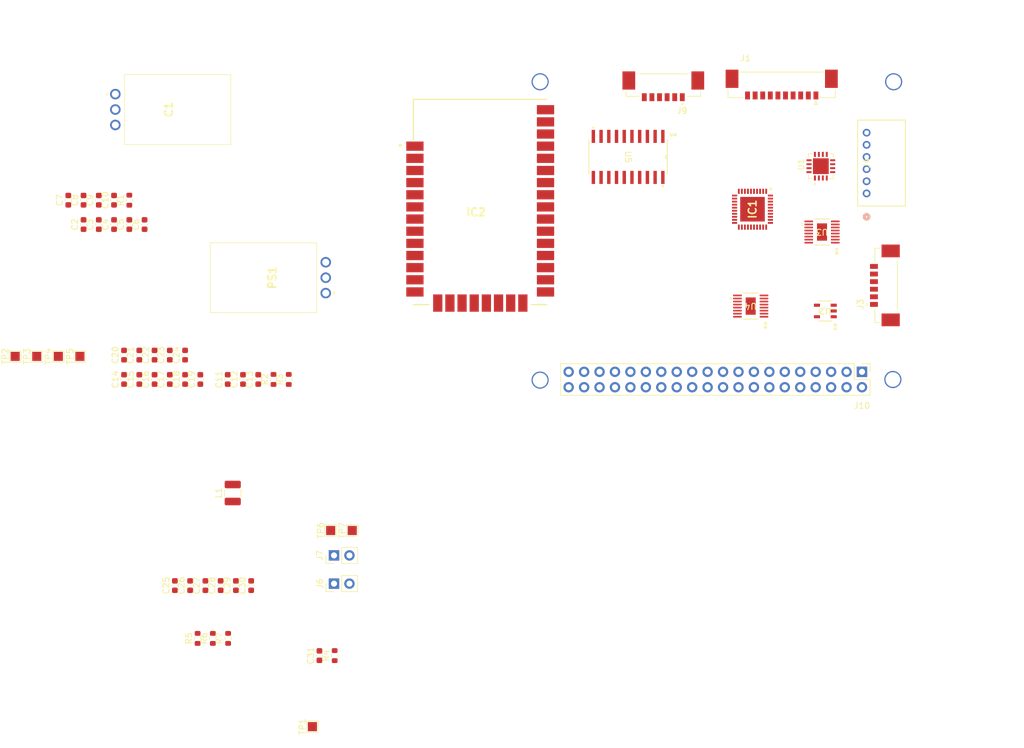
<source format=kicad_pcb>
(kicad_pcb (version 20221018) (generator pcbnew)
  (layers (0 "F.Cu" signal) (1 "In1.Cu" power) (2 "In2.Cu" power) (31 "B.Cu" signal) (34 "B.Paste" user) (35 "F.Paste" user) (36 "B.SilkS" user "B.Silkscreen") (37 "F.SilkS" user "F.Silkscreen") (38 "B.Mask" user) (39 "F.Mask" user) (44 "Edge.Cuts" user))
  (net 0 "")
  (net 1 "GND")
  (net 2 "Net-(IC1-REGCAPA)")
  (net 3 "5VADC")
  (net 4 "5VASupply{slash}Ref")
  (net 5 "3V3")
  (net 6 "Net-(IC1-REGCAPD)")
  (net 7 "2.5V")
  (net 8 "5.2V")
  (net 9 "Net-(U3-BYPASS)")
  (net 10 "Net-(U3-NR)")
  (net 11 "Net-(U4-BYPASS)")
  (net 12 "Net-(U4-NR)")
  (net 13 "VOUT")
  (net 14 "ANI16")
  (net 15 "ANI1")
  (net 16 "ANI3")
  (net 20 "DOUT")
  (net 21 "DIN")
  (net 22 "SCLK")
  (net 23 "CS")
  (net 24 "Net-(IC1-~{ERROR})")
  (net 28 "SG1")
  (net 29 "SG2")
  (net 30 "ANI9")
  (net 31 "ANI11")
  (net 32 "ANI13")
  (net 33 "ANI14")
  (net 34 "ANI15")
  (net 36 "DOUTXBee")
  (net 37 "DINXBee")
  (net 59 "Net-(IC2-DIO9{slash}ON{slash}~{SLEEP})")
  (net 62 "Net-(IC2-DIO6{slash}~{RTS})")
  (net 71 "SG1+")
  (net 72 "SG1-")
  (net 73 "SG2+")
  (net 74 "SG2-")
  (net 75 "DS1")
  (net 76 "DS2")
  (net 77 "DS3")
  (net 78 "DS4")
  (net 79 "DS5")
  (net 80 "DS6")
  (net 82 "DO1")
  (net 83 "DO2")
  (net 84 "DO3")
  (net 85 "Net-(J10-Pin_8)")
  (net 86 "Net-(J10-Pin_10)")
  (net 87 "DO4")
  (net 89 "DO5")
  (net 91 "DO6")
  (net 112 "Net-(PS1-+VIN)")
  (net 113 "Net-(U1-RG1__1)")
  (net 114 "Net-(U1-RG1)")
  (net 115 "Net-(U1-RG2__1)")
  (net 116 "Net-(U1-RG2)")
  (net 117 "Net-(U5-*OE)")
  (footprint "Capacitor_SMD:C_0603_1608Metric" (layer "F.Cu") (at 48.454 90.719 90)
    (fp_text reference "C22" (at 0 -1.43 90) (layer "F.SilkS"))
    (fp_text value "1uF")
    (pad "1" smd roundrect (at -0.775 0 90) (size 0.9 0.95) (layers "F.Cu" "F.Paste" "F.Mask") (net 1 "GND"))
    (pad "2" smd roundrect (at 0.775 0 90) (size 0.9 0.95) (layers "F.Cu" "F.Paste" "F.Mask") (net 7 "2.5V"))
  )
  (footprint "Resistor_SMD:R_0603_1608Metric" (layer "F.Cu") (at 68.024 94.729 90)
    (fp_text reference "R2" (at 0 -1.43 90) (layer "F.SilkS"))
    (fp_text value "200")
    (pad "1" smd roundrect (at -0.825 0 90) (size 0.8 0.95) (layers "F.Cu" "F.Paste" "F.Mask") (net 113 "Net-(U1-RG1__1)"))
    (pad "2" smd roundrect (at 0.825 0 90) (size 0.8 0.95) (layers "F.Cu" "F.Paste" "F.Mask") (net 114 "Net-(U1-RG1)"))
  )
  (footprint "TestPoint:TestPoint_Pad_1.5x1.5mm" (layer "F.Cu") (at 29.072 90.932 90)
    (fp_text reference "TP3" (at 0 -1.648 90) (layer "F.SilkS"))
    (fp_text value "TestPoint")
    (pad "1" smd rect (at 0 0 90) (size 1.5 1.5) (layers "F.Cu" "F.Mask") (net 3 "5VADC"))
  )
  (footprint "Capacitor_SMD:C_0603_1608Metric" (layer "F.Cu") (at 59.328 128.668 90)
    (fp_text reference "C28" (at 0 -1.43 90) (layer "F.SilkS"))
    (fp_text value "10uF")
    (pad "1" smd roundrect (at -0.775 0 90) (size 0.9 0.95) (layers "F.Cu" "F.Paste" "F.Mask") (net 1 "GND"))
    (pad "2" smd roundrect (at 0.775 0 90) (size 0.9 0.95) (layers "F.Cu" "F.Paste" "F.Mask") (net 13 "VOUT"))
  )
  (footprint "21xt_footprints:MOLEX_0533980671 (1x6)" (layer "F.Cu") (at 132.157 47.61 180)
    (fp_text reference "J9" (at -3.08717 -2.88938) (layer "F.SilkS"))
    (fp_text value "Conn_01x06")
    (pad "1" smd rect (at -3.125 -0.65 180) (size 0.8 1.3) (layers "F.Cu" "F.Paste" "F.Mask") (net 75 "DS1"))
    (pad "2" smd rect (at -1.875 -0.65 180) (size 0.8 1.3) (layers "F.Cu" "F.Paste" "F.Mask") (net 76 "DS2"))
    (pad "3" smd rect (at -0.625 -0.65 180) (size 0.8 1.3) (layers "F.Cu" "F.Paste" "F.Mask") (net 77 "DS3"))
    (pad "4" smd rect (at 0.625 -0.65 180) (size 0.8 1.3) (layers "F.Cu" "F.Paste" "F.Mask") (net 78 "DS4"))
    (pad "5" smd rect (at 1.875 -0.65 180) (size 0.8 1.3) (layers "F.Cu" "F.Paste" "F.Mask") (net 79 "DS5"))
    (pad "6" smd rect (at 3.125 -0.65 180) (size 0.8 1.3) (layers "F.Cu" "F.Paste" "F.Mask") (net 80 "DS6"))
    (pad "S1" smd rect (at -5.675 2.1 180) (size 2.1 3) (layers "F.Cu" "F.Paste" "F.Mask"))
    (pad "S2" smd rect (at 5.675 2.1 180) (size 2.1 3) (layers "F.Cu" "F.Paste" "F.Mask"))
  )
  (footprint "TestPoint:TestPoint_Pad_1.5x1.5mm" (layer "F.Cu") (at 80.978 119.598 90)
    (fp_text reference "TP7" (at 0 -1.648 90) (layer "F.SilkS"))
    (fp_text value "TestPoint")
    (pad "1" smd rect (at 0 0 90) (size 1.5 1.5) (layers "F.Cu" "F.Mask") (net 13 "VOUT"))
  )
  (footprint "Resistor_SMD:R_0603_1608Metric" (layer "F.Cu") (at 44.3 65.215 90)
    (fp_text reference "R1" (at 0 -1.43 90) (layer "F.SilkS"))
    (fp_text value "10k")
    (pad "1" smd roundrect (at -0.825 0 90) (size 0.8 0.95) (layers "F.Cu" "F.Paste" "F.Mask") (net 5 "3V3"))
    (pad "2" smd roundrect (at 0.825 0 90) (size 0.8 0.95) (layers "F.Cu" "F.Paste" "F.Mask") (net 24 "Net-(IC1-~{ERROR})"))
  )
  (footprint "Capacitor_SMD:C_0603_1608Metric" (layer "F.Cu") (at 51.798 128.668 90)
    (fp_text reference "C25" (at 0 -1.43 90) (layer "F.SilkS"))
    (fp_text value "10uF")
    (pad "1" smd roundrect (at -0.775 0 90) (size 0.9 0.95) (layers "F.Cu" "F.Paste" "F.Mask") (net 8 "5.2V"))
    (pad "2" smd roundrect (at 0.775 0 90) (size 0.9 0.95) (layers "F.Cu" "F.Paste" "F.Mask") (net 1 "GND"))
  )
  (footprint "Capacitor_SMD:C_0603_1608Metric" (layer "F.Cu") (at 50.964 94.729 90)
    (fp_text reference "C17" (at 0 -1.43 90) (layer "F.SilkS"))
    (fp_text value "0.1uF")
    (pad "1" smd roundrect (at -0.775 0 90) (size 0.9 0.95) (layers "F.Cu" "F.Paste" "F.Mask") (net 1 "GND"))
    (pad "2" smd roundrect (at 0.775 0 90) (size 0.9 0.95) (layers "F.Cu" "F.Paste" "F.Mask") (net 10 "Net-(U3-NR)"))
  )
  (footprint "Capacitor_SMD:C_0603_1608Metric" (layer "F.Cu") (at 43.434 94.729 90)
    (fp_text reference "C14" (at 0 -1.43 90) (layer "F.SilkS"))
    (fp_text value "1uF")
    (pad "1" smd roundrect (at -0.775 0 90) (size 0.9 0.95) (layers "F.Cu" "F.Paste" "F.Mask") (net 1 "GND"))
    (pad "2" smd roundrect (at 0.775 0 90) (size 0.9 0.95) (layers "F.Cu" "F.Paste" "F.Mask") (net 8 "5.2V"))
  )
  (footprint "Capacitor_SMD:C_0603_1608Metric" (layer "F.Cu") (at 55.984 94.729 90)
    (fp_text reference "C19" (at 0 -1.43 90) (layer "F.SilkS"))
    (fp_text value "0.1uF")
    (pad "1" smd roundrect (at -0.775 0 90) (size 0.9 0.95) (layers "F.Cu" "F.Paste" "F.Mask") (net 3 "5VADC"))
    (pad "2" smd roundrect (at 0.775 0 90) (size 0.9 0.95) (layers "F.Cu" "F.Paste" "F.Mask") (net 1 "GND"))
  )
  (footprint "TestPoint:TestPoint_Pad_1.5x1.5mm" (layer "F.Cu") (at 74.422 151.892 90)
    (fp_text reference "TP1" (at 0 -1.648 90) (layer "F.SilkS"))
    (fp_text value "TestPoint")
    (pad "1" smd rect (at 0 0 90) (size 1.5 1.5) (layers "F.Cu" "F.Mask") (net 24 "Net-(IC1-~{ERROR})"))
  )
  (footprint "21xt_footprints:QFN50P600X600X80-41N-D" (layer "F.Cu") (at 146.832 66.704 -90)
    (fp_text reference "IC1" (at 0 0 90) (layer "F.SilkS") (effects (font (size 1.27 1.27) (thickness 0.254))))
    (fp_text value "AD7175-8BCPZ-RL7" hide)
    (pad "1" smd rect (at -2.95 -2.25) (size 0.3 0.85) (layers "F.Cu" "F.Paste" "F.Mask") (net 14 "ANI16"))
    (pad "2" smd rect (at -2.95 -1.75) (size 0.3 0.85) (layers "F.Cu" "F.Paste" "F.Mask") (net 1 "GND"))
    (pad "3" smd rect (at -2.95 -1.25) (size 0.3 0.85) (layers "F.Cu" "F.Paste" "F.Mask") (net 15 "ANI1"))
    (pad "4" smd rect (at -2.95 -0.75) (size 0.3 0.85) (layers "F.Cu" "F.Paste" "F.Mask") (net 1 "GND"))
    (pad "5" smd rect (at -2.95 -0.25) (size 0.3 0.85) (layers "F.Cu" "F.Paste" "F.Mask") (net 16 "ANI3"))
    (pad "6" smd rect (at -2.95 0.25) (size 0.3 0.85) (layers "F.Cu" "F.Paste" "F.Mask"))
    (pad "7" smd rect (at -2.95 0.75) (size 0.3 0.85) (layers "F.Cu" "F.Paste" "F.Mask") (net 2 "Net-(IC1-REGCAPA)"))
    (pad "8" smd rect (at -2.95 1.25) (size 0.3 0.85) (layers "F.Cu" "F.Paste" "F.Mask") (net 1 "GND"))
    (pad "9" smd rect (at -2.95 1.75) (size 0.3 0.85) (layers "F.Cu" "F.Paste" "F.Mask") (net 3 "5VADC"))
    (pad "10" smd rect (at -2.95 2.25) (size 0.3 0.85) (layers "F.Cu" "F.Paste" "F.Mask") (net 3 "5VADC"))
    (pad "11" smd rect (at -2.25 2.95 270) (size 0.3 0.85) (layers "F.Cu" "F.Paste" "F.Mask") (net 1 "GND"))
    (pad "12" smd rect (at -1.75 2.95 270) (size 0.3 0.85) (layers "F.Cu" "F.Paste" "F.Mask"))
    (pad "13" smd rect (at -1.25 2.95 270) (size 0.3 0.85) (layers "F.Cu" "F.Paste" "F.Mask"))
    (pad "14" smd rect (at -0.75 2.95 270) (size 0.3 0.85) (layers "F.Cu" "F.Paste" "F.Mask") (net 20 "DOUT"))
    (pad "15" smd rect (at -0.25 2.95 270) (size 0.3 0.85) (layers "F.Cu" "F.Paste" "F.Mask") (net 21 "DIN"))
    (pad "16" smd rect (at 0.25 2.95 270) (size 0.3 0.85) (layers "F.Cu" "F.Paste" "F.Mask") (net 22 "SCLK"))
    (pad "17" smd rect (at 0.75 2.95 270) (size 0.3 0.85) (layers "F.Cu" "F.Paste" "F.Mask") (net 23 "CS"))
    (pad "18" smd rect (at 1.25 2.95 270) (size 0.3 0.85) (layers "F.Cu" "F.Paste" "F.Mask") (net 24 "Net-(IC1-~{ERROR})"))
    (pad "19" smd rect (at 1.75 2.95 270) (size 0.3 0.85) (layers "F.Cu" "F.Paste" "F.Mask") (net 1 "GND"))
    (pad "20" smd rect (at 2.25 2.95 270) (size 0.3 0.85) (layers "F.Cu" "F.Paste" "F.Mask") (net 5 "3V3"))
    (pad "21" smd rect (at 2.95 2.25) (size 0.3 0.85) (layers "F.Cu" "F.Paste" "F.Mask") (net 1 "GND"))
    (pad "22" smd rect (at 2.95 1.75) (size 0.3 0.85) (layers "F.Cu" "F.Paste" "F.Mask") (net 6 "Net-(IC1-REGCAPD)"))
    (pad "23" smd rect (at 2.95 1.25) (size 0.3 0.85) (layers "F.Cu" "F.Paste" "F.Mask"))
    (pad "24" smd rect (at 2.95 0.75) (size 0.3 0.85) (layers "F.Cu" "F.Paste" "F.Mask"))
    (pad "25" smd rect (at 2.95 0.25) (size 0.3 0.85) (layers "F.Cu" "F.Paste" "F.Mask"))
    (pad "26" smd rect (at 2.95 -0.25) (size 0.3 0.85) (layers "F.Cu" "F.Paste" "F.Mask") (net 1 "GND"))
    (pad "27" smd rect (at 2.95 -0.75) (size 0.3 0.85) (layers "F.Cu" "F.Paste" "F.Mask") (net 28 "SG1"))
    (pad "28" smd rect (at 2.95 -1.25) (size 0.3 0.85) (layers "F.Cu" "F.Paste" "F.Mask") (net 1 "GND"))
    (pad "29" smd rect (at 2.95 -1.75) (size 0.3 0.85) (layers "F.Cu" "F.Paste" "F.Mask") (net 29 "SG2"))
    (pad "30" smd rect (at 2.95 -2.25) (size 0.3 0.85) (layers "F.Cu" "F.Paste" "F.Mask") (net 1 "GND"))
    (pad "31" smd rect (at 2.25 -2.95 270) (size 0.3 0.85) (layers "F.Cu" "F.Paste" "F.Mask") (net 30 "ANI9"))
    (pad "32" smd rect (at 1.75 -2.95 270) (size 0.3 0.85) (layers "F.Cu" "F.Paste" "F.Mask") (net 1 "GND"))
    (pad "33" smd rect (at 1.25 -2.95 270) (size 0.3 0.85) (layers "F.Cu" "F.Paste" "F.Mask") (net 31 "ANI11"))
    (pad "34" smd rect (at 0.75 -2.95 270) (size 0.3 0.85) (layers "F.Cu" "F.Paste" "F.Mask") (net 1 "GND"))
    (pad "35" smd rect (at 0.25 -2.95 270) (size 0.3 0.85) (layers "F.Cu" "F.Paste" "F.Mask") (net 32 "ANI13"))
    (pad "36" smd rect (at -0.25 -2.95 270) (size 0.3 0.85) (layers "F.Cu" "F.Paste" "F.Mask") (net 33 "ANI14"))
    (pad "37" smd rect (at -0.75 -2.95 270) (size 0.3 0.85) (layers "F.Cu" "F.Paste" "F.Mask") (net 34 "ANI15"))
    (pad "38" smd rect (at -1.25 -2.95 270) (size 0.3 0.85) (layers "F.Cu" "F.Paste" "F.Mask"))
    (pad "39" smd rect (at -1.75 -2.95 270) (size 0.3 0.85) (layers "F.Cu" "F.Paste" "F.Mask") (net 1 "GND"))
    (pad "40" smd rect (at -2.25 -2.95 270) (size 0.3 0.85) (layers "F.Cu" "F.Paste" "F.Mask") (net 4 "5VASupply{slash}Ref"))
    (pad "41" smd rect (at 0 0 270) (size 4.05 4.05) (layers "F.Cu" "F.Paste" "F.Mask") (net 1 "GND"))
  )
  (footprint "Capacitor_SMD:C_0603_1608Metric" (layer "F.Cu") (at 64.348 128.668 90)
    (fp_text reference "C30" (at 0 -1.43 90) (layer "F.SilkS"))
    (fp_text value "8.2pF")
    (pad "1" smd roundrect (at -0.775 0 90) (size 0.9 0.95) (layers "F.Cu" "F.Paste" "F.Mask") (net 1 "GND"))
    (pad "2" smd roundrect (at 0.775 0 90) (size 0.9 0.95) (layers "F.Cu" "F.Paste" "F.Mask") (net 13 "VOUT"))
  )
  (footprint "Capacitor_SMD:C_0603_1608Metric" (layer "F.Cu") (at 63.004 94.729 90)
    (fp_text reference "C12" (at 0 -1.43 90) (layer "F.SilkS"))
    (fp_text value "0.1uF")
    (pad "1" smd roundrect (at -0.775 0 90) (size 0.9 0.95) (layers "F.Cu" "F.Paste" "F.Mask") (net 7 "2.5V"))
    (pad "2" smd roundrect (at 0.775 0 90) (size 0.9 0.95) (layers "F.Cu" "F.Paste" "F.Mask") (net 1 "GND"))
  )
  (footprint "TestPoint:TestPoint_Pad_1.5x1.5mm" (layer "F.Cu") (at 25.522 90.932 90)
    (fp_text reference "TP2" (at 0 -1.648 90) (layer "F.SilkS"))
    (fp_text value "TestPoint")
    (pad "1" smd rect (at 0 0 90) (size 1.5 1.5) (layers "F.Cu" "F.Mask") (net 8 "5.2V"))
  )
  (footprint "21xt_footprints:2.35mm_mounting_hole" (layer "F.Cu") (at 114.811 45.37 90)
    (fp_text reference "H3" hide)
    (fp_text value "MountingHole" hide)
    (pad "1" thru_hole circle (at -0.35 -2.92 90) (size 2.8 2.8) (drill 2.4) (layers "*.Cu" "*.Mask"))
  )
  (footprint "Resistor_SMD:R_0603_1608Metric" (layer "F.Cu") (at 78.088 140.196 90)
    (fp_text reference "R4" (at 0 -1.43 90) (layer "F.SilkS"))
    (fp_text value "10k")
    (pad "1" smd roundrect (at -0.825 0 90) (size 0.8 0.95) (layers "F.Cu" "F.Paste" "F.Mask") (net 5 "3V3"))
    (pad "2" smd roundrect (at 0.825 0 90) (size 0.8 0.95) (layers "F.Cu" "F.Paste" "F.Mask") (net 117 "Net-(U5-*OE)"))
  )
  (footprint "Connector_PinHeader_2.54mm:PinHeader_1x02_P2.54mm_Vertical" (layer "F.Cu") (at 77.978 128.348 90)
    (fp_text reference "J6" (at 0 -2.33 90) (layer "F.SilkS"))
    (fp_text value "Conn_01x02")
    (pad "1" thru_hole rect (at 0 0 90) (size 1.7 1.7) (drill 1) (layers "*.Cu" "*.Mask") (net 37 "DINXBee"))
    (pad "2" thru_hole oval (at 0 2.54 90) (size 1.7 1.7) (drill 1) (layers "*.Cu" "*.Mask") (net 36 "DOUTXBee"))
  )
  (footprint "TestPoint:TestPoint_Pad_1.5x1.5mm" (layer "F.Cu") (at 32.622 90.932 90)
    (fp_text reference "TP4" (at 0 -1.648 90) (layer "F.SilkS"))
    (fp_text value "TestPoint")
    (pad "1" smd rect (at 0 0 90) (size 1.5 1.5) (layers "F.Cu" "F.Mask") (net 7 "2.5V"))
  )
  (footprint "Capacitor_SMD:C_0603_1608Metric" (layer "F.Cu") (at 46.81 69.225 90)
    (fp_text reference "C6" (at 0 -1.43 90) (layer "F.SilkS"))
    (fp_text value "0.1uF")
    (pad "1" smd roundrect (at -0.775 0 90) (size 0.9 0.95) (layers "F.Cu" "F.Paste" "F.Mask") (net 4 "5VASupply{slash}Ref"))
    (pad "2" smd roundrect (at 0.775 0 90) (size 0.9 0.95) (layers "F.Cu" "F.Paste" "F.Mask") (net 1 "GND"))
  )
  (footprint "Capacitor_SMD:C_0603_1608Metric" (layer "F.Cu") (at 75.578 140.196 90)
    (fp_text reference "C31" (at 0 -1.43 90) (layer "F.SilkS"))
    (fp_text value "0.1uF")
    (pad "1" smd roundrect (at -0.775 0 90) (size 0.9 0.95) (layers "F.Cu" "F.Paste" "F.Mask") (net 1 "GND"))
    (pad "2" smd roundrect (at 0.775 0 90) (size 0.9 0.95) (layers "F.Cu" "F.Paste" "F.Mask") (net 5 "3V3"))
  )
  (footprint "Inductor_SMD:L_1210_3225Metric" (layer "F.Cu") (at 61.316 113.425 90)
    (fp_text reference "L1" (at 0 -2.28 90) (layer "F.SilkS"))
    (fp_text value "3.9uH")
    (pad "1" smd roundrect (at -1.4 0 90) (size 1.25 2.65) (layers "F.Cu" "F.Paste" "F.Mask") (roundrect_rratio 0.2) (net 8 "5.2V"))
    (pad "2" smd roundrect (at 1.4 0 90) (size 1.25 2.65) (layers "F.Cu" "F.Paste" "F.Mask") (roundrect_rratio 0.2) (net 112 "Net-(PS1-+VIN)"))
  )
  (footprint "Connector_PinHeader_2.54mm:PinHeader_1x02_P2.54mm_Vertical" (layer "F.Cu") (at 77.978 123.698 90)
    (fp_text reference "J7" (at 0 -2.33 90) (layer "F.SilkS"))
    (fp_text value "Conn_01x02")
    (pad "1" thru_hole rect (at 0 0 90) (size 1.7 1.7) (drill 1) (layers "*.Cu" "*.Mask") (net 62 "Net-(IC2-DIO6{slash}~{RTS})"))
    (pad "2" thru_hole oval (at 0 2.54 90) (size 1.7 1.7) (drill 1) (layers "*.Cu" "*.Mask") (net 59 "Net-(IC2-DIO9{slash}ON{slash}~{SLEEP})"))
  )
  (footprint "Capacitor_SMD:C_0603_1608Metric" (layer "F.Cu") (at 39.28 69.225 90)
    (fp_text reference "C3" (at 0 -1.43 90) (layer "F.SilkS"))
    (fp_text value "0.1uF")
    (pad "1" smd roundrect (at -0.775 0 90) (size 0.9 0.95) (layers "F.Cu" "F.Paste" "F.Mask") (net 1 "GND"))
    (pad "2" smd roundrect (at 0.775 0 90) (size 0.9 0.95) (layers "F.Cu" "F.Paste" "F.Mask") (net 2 "Net-(IC1-REGCAPA)"))
  )
  (footprint "Capacitor_SMD:C_0603_1608Metric" (layer "F.Cu") (at 34.26 65.215 90)
    (fp_text reference "C7" (at 0 -1.43 90) (layer "F.SilkS"))
    (fp_text value "0.1uF")
    (pad "1" smd roundrect (at -0.775 0 90) (size 0.9 0.95) (layers "F.Cu" "F.Paste" "F.Mask") (net 5 "3V3"))
    (pad "2" smd roundrect (at 0.775 0 90) (size 0.9 0.95) (layers "F.Cu" "F.Paste" "F.Mask") (net 1 "GND"))
  )
  (footprint "21xt_footprints:2.35mm_mounting_hole" (layer "F.Cu") (at 114.808 94.488 90)
    (fp_text reference "H4" hide)
    (fp_text value "MountingHole" hide)
    (pad "1" thru_hole circle (at -0.35 -2.92 90) (size 2.8 2.8) (drill 2.4) (layers "*.Cu" "*.Mask"))
  )
  (footprint "Capacitor_SMD:C_0603_1608Metric" (layer "F.Cu") (at 50.964 90.719 90)
    (fp_text reference "C23" (at 0 -1.43 90) (layer "F.SilkS"))
    (fp_text value "0.1uF")
    (pad "1" smd roundrect (at -0.775 0 90) (size 0.9 0.95) (layers "F.Cu" "F.Paste" "F.Mask") (net 8 "5.2V"))
    (pad "2" smd roundrect (at 0.775 0 90) (size 0.9 0.95) (layers "F.Cu" "F.Paste" "F.Mask") (net 1 "GND"))
  )
  (footprint "21xt_footprints:LT6658AHMSE-2.5-PBF" (layer "F.Cu") (at 158.270001 70.4596 180)
    (fp_text reference "U3" (at 0 0 180 unlocked) (layer "F.SilkS"))
    (fp_text value "LT6658AHMSE-2.5-PBF")
    (fp_text user "*" (at -2.4384 -3.1724 180 unlocked) (layer "F.SilkS"))
    (fp_text user "*" (at -2.4384 -3.1724) (layer "F.SilkS"))
    (pad "1" smd rect (at -2.1844 -1.750002 180) (size 1.397 0.2794) (layers "F.Cu" "F.Paste" "F.Mask") (net 1 "GND"))
    (pad "2" smd rect (at -2.1844 -1.25 180) (size 1.397 0.2794) (layers "F.Cu" "F.Paste" "F.Mask") (net 1 "GND"))
    (pad "3" smd rect (at -2.1844 -0.750001 180) (size 1.397 0.2794) (layers "F.Cu" "F.Paste" "F.Mask") (net 9 "Net-(U3-BYPASS)"))
    (pad "4" smd rect (at -2.1844 -0.25 180) (size 1.397 0.2794) (layers "F.Cu" "F.Paste" "F.Mask"))
    (pad "5" smd rect (at -2.1844 0.25 180) (size 1.397 0.2794) (layers "F.Cu" "F.Paste" "F.Mask") (net 10 "Net-(U3-NR)"))
    (pad "6" smd rect (at -2.1844 0.749998 180) (size 1.397 0.2794) (layers "F.Cu" "F.Paste" "F.Mask") (net 1 "GND"))
    (pad "7" smd rect (at -2.1844 1.25 180) (size 1.397 0.2794) (layers "F.Cu" "F.Paste" "F.Mask") (net 7 "2.5V"))
    (pad "8" smd rect (at -2.1844 1.749999 180) (size 1.397 0.2794) (layers "F.Cu" "F.Paste" "F.Mask") (net 7 "2.5V"))
    (pad "9" smd rect (at 2.1844 1.750002 180) (size 1.397 0.2794) (layers "F.Cu" "F.Paste" "F.Mask") (net 3 "5VADC"))
    (pad "10" smd rect (at 2.1844 1.25 180) (size 1.397 0.2794) (layers "F.Cu" "F.Paste" "F.Mask") (net 3 "5VADC"))
    (pad "11" smd rect (at 2.1844 0.750001 180) (size 1.397 0.2794) (layers "F.Cu" "F.Paste" "F.Mask") (net 3 "5VADC"))
    (pad "12" smd rect (at 2.1844 0.25 180) (size 1.397 0.2794) (layers "F.Cu" "F.Paste" "F.Mask") (net 7 "2.5V"))
    (pad "13" smd rect (at 2.1844 -0.25 180) (size 1.397 0.2794) (layers "F.Cu" "F.Paste" "F.Mask") (net 7 "2.5V"))
    (pad "14" smd rect (at 2.1844 -0.749998 180) (size 1.397 0.2794) (layers "F.Cu" "F.Paste" "F.Mask") (net 3 "5VADC"))
    (pad "15" smd rect (at 2.1844 -1.25 180) (size 1.397 0.2794) (layers "F.Cu" "F.Paste" "F.Mask"))
    (pad "16" smd rect (at 2.1844 -1.749999 180) (size 1.397 0.2794) (layers "F.Cu" "F.Paste" "F.Mask"))
    (pad "EPAD" smd rect (at 0 0 180) (size 1.651 2.8448) (layers "F.Cu" "F.Mask") (net 1 "GND"))
  )
  (footprint "21xt_footprints:TPS78326DDCT" (layer "F.Cu") (at 158.815999 83.45805 180)
    (fp_text reference "U2" (at 0 0 180 unlocked) (layer "F.SilkS"))
    (fp_text value "TPS78326DDCT")
    (fp_text user "*" (at -1.63195 -2.601 180 unlocked) (layer "F.SilkS"))
    (fp_text user "*" (at -1.63195 -2.601) (layer "F.SilkS"))
    (pad "1" smd rect (at -1.37795 -0.950001 180) (size 1.0033 0.508) (layers "F.Cu" "F.Paste" "F.Mask") (net 8 "5.2V"))
    (pad "2" smd rect (at -1.37795 0 180) (size 1.0033 0.508) (layers "F.Cu" "F.Paste" "F.Mask") (net 1 "GND"))
    (pad "3" smd rect (at -1.37795 0.950001 180) (size 1.0033 0.508) (layers "F.Cu" "F.Paste" "F.Mask") (net 8 "5.2V"))
    (pad "4" smd rect (at 1.37795 0.950001 180) (size 1.0033 0.508) (layers "F.Cu" "F.Paste" "F.Mask") (net 1 "GND"))
    (pad "5" smd rect (at 1.37795 -0.950001 180) (size 1.0033 0.508) (layers "F.Cu" "F.Paste" "F.Mask") (net 3 "5VADC"))
  )
  (footprint "Resistor_SMD:R_0603_1608Metric" (layer "F.Cu") (at 58.044 137.364 90)
    (fp_text reference "R6" (at 0 -1.43 90) (layer "F.SilkS"))
    (fp_text value "68")
    (pad "1" smd roundrect (at -0.825 0 90) (size 0.8 0.95) (layers "F.Cu" "F.Paste" "F.Mask") (net 37 "DINXBee"))
    (pad "2" smd roundrect (at 0.825 0 90) (size 0.8 0.95) (layers "F.Cu" "F.Paste" "F.Mask") (net 86 "Net-(J10-Pin_10)"))
  )
  (footprint "Capacitor_SMD:C_0603_1608Metric" (layer "F.Cu") (at 65.514 94.729 90)
    (fp_text reference "C13" (at 0 -1.43 90) (layer "F.SilkS"))
    (fp_text value "0.1uF")
    (pad "1" smd roundrect (at -0.775 0 90) (size 0.9 0.95) (layers "F.Cu" "F.Paste" "F.Mask") (net 1 "GND"))
    (pad "2" smd roundrect (at 0.775 0 90) (size 0.9 0.95) (layers "F.Cu" "F.Paste" "F.Mask") (net 3 "5VADC"))
  )
  (footprint "Capacitor_SMD:C_0603_1608Metric" (layer "F.Cu") (at 53.474 94.729 90)
    (fp_text reference "C18" (at 0 -1.43 90) (layer "F.SilkS"))
    (fp_text value "2.2uF")
    (pad "1" smd roundrect (at -0.775 0 90) (size 0.9 0.95) (layers "F.Cu" "F.Paste" "F.Mask") (net 1 "GND"))
    (pad "2" smd roundrect (at 0.775 0 90) (size 0.9 0.95) (layers "F.Cu" "F.Paste" "F.Mask") (net 3 "5VADC"))
  )
  (footprint "21xt_footprints:AD8222ACPZ-R7" (layer "F.Cu") (at 158.075 59.619 90)
    (fp_text reference "U1" (at 0.285 -3.25 90) (layer "F.SilkS"))
    (fp_text value "AD8222ACPZ-R7")
    (pad "1" smd roundrect (at -1.945 -0.975 90) (size 0.84 0.32) (layers "F.Cu" "F.Paste" "F.Mask") (roundrect_rratio 0.125) (net 72 "SG1-"))
    (pad "2" smd roundrect (at -1.945 -0.325 90) (size 0.84 0.32) (layers "F.Cu" "F.Paste" "F.Mask") (roundrect_rratio 0.125) (net 114 "Net-(U1-RG1)"))
    (pad "3" smd roundrect (at -1.945 0.325 90) (size 0.84 0.32) (layers "F.Cu" "F.Paste" "F.Mask") (roundrect_rratio 0.125) (net 113 "Net-(U1-RG1__1)"))
    (pad "4" smd roundrect (at -1.945 0.975 90) (size 0.84 0.32) (layers "F.Cu" "F.Paste" "F.Mask") (roundrect_rratio 0.125) (net 71 "SG1+"))
    (pad "5" smd roundrect (at -0.975 1.945 90) (size 0.32 0.84) (layers "F.Cu" "F.Paste" "F.Mask") (roundrect_rratio 0.125) (net 3 "5VADC"))
    (pad "6" smd roundrect (at -0.325 1.945 90) (size 0.32 0.84) (layers "F.Cu" "F.Paste" "F.Mask") (roundrect_rratio 0.125) (net 7 "2.5V"))
    (pad "7" smd roundrect (at 0.325 1.945 90) (size 0.32 0.84) (layers "F.Cu" "F.Paste" "F.Mask") (roundrect_rratio 0.125) (net 7 "2.5V"))
    (pad "8" smd roundrect (at 0.975 1.945 90) (size 0.32 0.84) (layers "F.Cu" "F.Paste" "F.Mask") (roundrect_rratio 0.125) (net 1 "GND"))
    (pad "9" smd roundrect (at 1.945 0.975 90) (size 0.84 0.32) (layers "F.Cu" "F.Paste" "F.Mask") (roundrect_rratio 0.125) (net 73 "SG2+"))
    (pad "10" smd roundrect (at 1.945 0.325 90) (size 0.84 0.32) (layers "F.Cu" "F.Paste" "F.Mask") (roundrect_rratio 0.125) (net 116 "Net-(U1-RG2)"))
    (pad "11" smd roundrect (at 1.945 -0.325 90) (size 0.84 0.32) (layers "F.Cu" "F.Paste" "F.Mask") (roundrect_rratio 0.125) (net 115 "Net-(U1-RG2__1)"))
    (pad "12" smd roundrect (at 1.945 -0.975 90) (size 0.84 0.32) (layers "F.Cu" "F.Paste" "F.Mask") (roundrect_rratio 0.125) (net 74 "SG2-"))
    (pad "13" smd roundrect (at 0.975 -1.945 90) (size 0.32 0.84) (layers "F.Cu" "F.Paste" "F.Mask") (roundrect_rratio 0.125) (net 1 "GND"))
    (pad "14" smd roundrect (at 0.325 -1.945 90) (size 0.32 0.84) (layers "F.Cu" "F.Paste" "F.Mask") (roundrect_rratio 0.125) (net 29 "SG2"))
    (pad "15" smd roundrect (at -0.325 -1.945 90) (size 0.32 0.84) (layers "F.Cu" "F.Paste" "F.Mask") (roundrect_rratio 0.125) (net 28 "SG1"))
    (pad "16" smd roundrect (at -0.975 -1.945 90) (size 0.32 0.84) (layers "F.Cu" "F.Paste" "F.Mask") (roundrect_rratio 0.125) (net 3 "5VADC"))
    (pad "17" smd rect (at 0 0 90) (size 2.6 2.6) (layers "F.Cu" "F.Mask") (net 1 "GND"))
  )
  (footprint "Capacitor_SMD:C_0603_1608Metric" (layer "F.Cu") (at 44.3 69.225 90)
    (fp_text reference "C5" (at 0 -1.43 90) (layer "F.SilkS"))
    (fp_text value "10uF")
    (pad "1" smd roundrect (at -0.775 0 90) (size 0.9 0.95) (layers "F.Cu" "F.Paste" "F.Mask") (net 4 "5VASupply{slash}Ref"))
    (pad "2" smd roundrect (at 0.775 0 90) (size 0.9 0.95) (layers "F.Cu" "F.Paste" "F.Mask") (net 1 "GND"))
  )
  (footprint "Capacitor_SMD:C_0603_1608Metric" (layer "F.Cu") (at 39.28 65.215 90)
    (fp_text reference "C9" (at 0 -1.43 90) (layer "F.SilkS"))
    (fp_text value "0.1uF")
    (pad "1" smd roundrect (at -0.775 0 90) (size 0.9 0.95) (layers "F.Cu" "F.Paste" "F.Mask") (net 6 "Net-(IC1-REGCAPD)"))
    (pad "2" smd roundrect (at 0.775 0 90) (size 0.9 0.95) (layers "F.Cu" "F.Paste" "F.Mask") (net 1 "GND"))
  )
  (footprint "21xt_footprints:RLS397" (layer "F.Cu") (at 113.03 82.4098)
    (fp_text reference "IC2" (at -11.6952 -15.2168) (layer "F.SilkS") (effects (font (size 1.27 1.27) (thickness 0.254))))
    (fp_text value "XBP9X-DMUS-011" hide)
    (pad "1" smd rect (at -21.7424 -26.0858 90) (size 1.524 2.8448) (layers "F.Cu" "F.Paste" "F.Mask") (net 1 "GND"))
    (pad "2" smd rect (at -21.7424 -24.0858 90) (size 1.524 2.8448) (layers "F.Cu" "F.Paste" "F.Mask") (net 13 "VOUT"))
    (pad "3" smd rect (at -21.7424 -22.0858 90) (size 1.524 2.8448) (layers "F.Cu" "F.Paste" "F.Mask") (net 36 "DOUTXBee"))
    (pad "4" smd rect (at -21.7424 -20.0858 90) (size 1.524 2.8448) (layers "F.Cu" "F.Paste" "F.Mask") (net 37 "DINXBee"))
    (pad "5" smd rect (at -21.7424 -18.0858 90) (size 1.524 2.8448) (layers "F.Cu" "F.Paste" "F.Mask"))
    (pad "6" smd rect (at -21.7424 -16.0858 90) (size 1.524 2.8448) (layers "F.Cu" "F.Paste" "F.Mask"))
    (pad "7" smd rect (at -21.7424 -14.0858 90) (size 1.524 2.8448) (layers "F.Cu" "F.Paste" "F.Mask"))
    (pad "8" smd rect (at -21.7424 -12.0858 90) (size 1.524 2.8448) (layers "F.Cu" "F.Paste" "F.Mask"))
    (pad "9" smd rect (at -21.7424 -10.0858 90) (size 1.524 2.8448) (layers "F.Cu" "F.Paste" "F.Mask"))
    (pad "10" smd rect (at -21.7424 -8.0858 90) (size 1.524 2.8448) (layers "F.Cu" "F.Paste" "F.Mask"))
    (pad "11" smd rect (at -21.7424 -6.0858 90) (size 1.524 2.8448) (layers "F.Cu" "F.Paste" "F.Mask"))
    (pad "12" smd rect (at -21.7424 -4.0858 90) (size 1.524 2.8448) (layers "F.Cu" "F.Paste" "F.Mask"))
    (pad "13" smd rect (at -21.7424 -2.0858 90) (size 1.524 2.8448) (layers "F.Cu" "F.Paste" "F.Mask"))
    (pad "14" smd rect (at -17.9832 -0.254) (size 1.524 2.8448) (layers "F.Cu" "F.Paste" "F.Mask"))
    (pad "15" smd rect (at -15.9832 -0.254) (size 1.524 2.8448) (layers "F.Cu" "F.Paste" "F.Mask"))
    (pad "16" smd rect (at -13.9832 -0.254) (size 1.524 2.8448) (layers "F.Cu" "F.Paste" "F.Mask"))
    (pad "17" smd rect (at -11.9832 -0.254) (size 1.524 2.8448) (layers "F.Cu" "F.Paste" "F.Mask"))
    (pad "18" smd rect (at -9.9832 -0.254) (size 1.524 2.8448) (layers "F.Cu" "F.Paste" "F.Mask"))
    (pad "19" smd rect (at -7.9832 -0.254) (size 1.524 2.8448) (layers "F.Cu" "F.Paste" "F.Mask"))
    (pad "20" smd rect (at -5.9832 -0.254) (size 1.524 2.8448) (layers "F.Cu" "F.Paste" "F.Mask"))
    (pad "21" smd rect (at -3.9832 -0.254) (size 1.524 2.8448) (layers "F.Cu" "F.Paste" "F.Mask"))
    (pad "22" smd rect (at -0.254 -2.0858 90) (size 1.524 2.8448) (layers "F.Cu" "F.Paste" "F.Mask"))
    (pad "23" smd rect (at -0.254 -4.0858 90) (size 1.524 2.8448) (layers "F.Cu" "F.Paste" "F.Mask"))
    (pad "24" smd rect (at -0.254 -6.0858 90) (size 1.524 2.8448) (layers "F.Cu" "F.Paste" "F.Mask"))
    (pad "25" smd rect (at -0.254 -8.0858 90) (size 1.524 2.8448) (layers "F.Cu" "F.Paste" "F.Mask"))
    (pad "26" smd rect (at -0.254 -10.0858 90) (size 1.524 2.8448) (layers "F.Cu" "F.Paste" "F.Mask") (net 59 "Net-(IC2-DIO9{slash}ON{slash}~{SLEEP})"))
    (pad "27" smd rect (at -0.254 -12.0858 90) (size 1.524 2.8448) (layers "F.Cu" "F.Paste" "F.Mask"))
    (pad "28" smd rect (at -0.254 -14.0858 90) (size 1.524 2.8448) (layers "F.Cu" "F.Paste" "F.Mask"))
    (pad "29" smd rect (at -0.254 -16.0858 90) (size 1.524 2.8448) (layers "F.Cu" "F.Paste" "F.Mask") (net 62 "Net-(IC2-DIO6{slash}~{RTS})"))
    (pad "30" smd rect (at -0.254 -18.0858 90) (size 1.524 2.8448) (layers "F.Cu" "F.Paste" "F.Mask"))
    (pad "31" smd rect (at -0.254 -20.0858 90) (size 1.524 2.8448) (layers "F.Cu" "F.Paste" "F.Mask"))
    (pad "32" smd rect (at -0.254 -22.0858 90) (size 1.524 2.8448) (layers "F.Cu" "F.Paste" "F.Mask"))
    (pad "33" smd rect (at -0.254 -24.0858 90) (size 1.524 2.8448) (layers "F.Cu" "F.Paste" "F.Mask"))
    (pad "34" smd rect (at -0.254 -26.0858 90) (size 1.524 2.8448) (layers "F.Cu" "F.Paste" "F.Mask"))
    (pad "35" smd rect (at -0.254 -28.0858 90) (size 1.524 2.8448) (layers "F.Cu" "F.Paste" "F.Mask"))
    (pad "36" smd rect (at -0.254 -30.0858 90) (size 1.524 2.8448) (layers "F.Cu" "F.Paste" "F.Mask"))
    (pad "37" smd rect (at -0.254 -32.0858 90) (size 1.524 2.8448) (layers "F.Cu" "F.Paste" "F.Mask"))
  )
  (footprint "Capacitor_SMD:C_0603_1608Metric" (layer "F.Cu") (at 41.79 69.225 90)
    (fp_text reference "C4" (at 0 -1.43 90) (layer "F.SilkS"))
    (fp_text value "0.1uF")
    (pad "1" smd roundrect (at -0.775 0 90) (size 0.9 0.95) (layers "F.Cu" "F.Paste" "F.Mask") (net 3 "5VADC"))
    (pad "2" smd roundrect (at 0.775 0 90) (size 0.9 0.95) (layers "F.Cu" "F.Paste" "F.Mask") (net 1 "GND"))
  )
  (footprint "Capacitor_SMD:C_0603_1608Metric" (layer "F.Cu") (at 60.494 94.729 90)
    (fp_text reference "C11" (at 0 -1.43 90) (layer "F.SilkS"))
    (fp_text value "0.1uF")
    (pad "1" smd roundrect (at -0.775 0 90) (size 0.9 0.95) (layers "F.Cu" "F.Paste" "F.Mask") (net 1 "GND"))
    (pad "2" smd roundrect (at 0.775 0 90) (size 0.9 0.95) (layers "F.Cu" "F.Paste" "F.Mask") (net 3 "5VADC"))
  )
  (footprint "21xt_footprints:MOLEX_533981071 (1x10)" (layer "F.Cu") (at 151.638 46.228)
    (fp_text reference "J1" (at -5.95 -4.385) (layer "F.SilkS"))
    (fp_text value "Conn_01x10")
    (pad "1" smd rect (at 5.625 1.75) (size 0.8 1.3) (layers "F.Cu" "F.Paste") (net 4 "5VASupply{slash}Ref"))
    (pad "2" smd rect (at 4.375 1.75) (size 0.8 1.3) (layers "F.Cu" "F.Paste") (net 1 "GND"))
    (pad "3" smd rect (at 3.125 1.75) (size 0.8 1.3) (layers "F.Cu" "F.Paste") (net 30 "ANI9"))
    (pad "4" smd rect (at 1.875 1.75) (size 0.8 1.3) (layers "F.Cu" "F.Paste") (net 31 "ANI11"))
    (pad "5" smd rect (at 0.625 1.75) (size 0.8 1.3) (layers "F.Cu" "F.Paste") (net 32 "ANI13"))
    (pad "6" smd rect (at -0.625 1.75) (size 0.8 1.3) (layers "F.Cu" "F.Paste") (net 33 "ANI14"))
    (pad "7" smd rect (at -1.875 1.75) (size 0.8 1.3) (layers "F.Cu" "F.Paste") (net 34 "ANI15"))
    (pad "8" smd rect (at -3.125 1.75) (size 0.8 1.3) (layers "F.Cu" "F.Paste") (net 15 "ANI1"))
    (pad "9" smd rect (at -4.375 1.75) (size 0.8 1.3) (layers "F.Cu" "F.Paste") (net 14 "ANI16"))
    (pad "10" smd rect (at -5.625 1.75) (size 0.8 1.3) (layers "F.Cu" "F.Paste") (net 16 "ANI3"))
    (pad "S1" smd rect (at -8.175 -1) (size 2.1 3) (layers "F.Cu" "F.Paste"))
    (pad "S2" smd rect (at 8.175 -1) (size 2.1 3) (layers "F.Cu" "F.Paste"))
  )
  (footprint "21xt_footprints:2.35mm_mounting_hole" (layer "F.Cu") (at 172.846 94.392 90)
    (fp_text reference "H2" hide)
    (fp_text value "MountingHole" hide)
    (pad "1" thru_hole circle (at -0.35 -2.92 90) (size 2.8 2.8) (drill 2.4) (layers "*.Cu" "*.Mask"))
  )
  (footprint "Capacitor_SMD:C_0603_1608Metric" (layer "F.Cu") (at 43.434 90.719 90)
    (fp_text reference "C20" (at 0 -1.43 90) (layer "F.SilkS"))
    (fp_text value "0.1uF")
    (pad "1" smd roundrect (at -0.775 0 90) (size 0.9 0.95) (layers "F.Cu" "F.Paste" "F.Mask") (net 1 "GND"))
    (pad "2" smd roundrect (at 0.775 0 90) (size 0.9 0.95) (layers "F.Cu" "F.Paste" "F.Mask") (net 11 "Net-(U4-BYPASS)"))
  )
  (footprint "Capacitor_SMD:C_0603_1608Metric" (layer "F.Cu") (at 53.474 90.719 90)
    (fp_text reference "C24" (at 0 -1.43 90) (layer "F.SilkS"))
    (fp_text value "1uF")
    (pad "1" smd roundrect (at -0.775 0 90) (size 0.9 0.95) (layers "F.Cu" "F.Paste" "F.Mask") (net 1 "GND"))
    (pad "2" smd roundrect (at 0.775 0 90) (size 0.9 0.95) (layers "F.Cu" "F.Paste" "F.Mask") (net 4 "5VASupply{slash}Ref"))
  )
  (footprint "Capacitor_SMD:C_0603_1608Metric" (layer "F.Cu") (at 54.308 128.668 90)
    (fp_text reference "C26" (at 0 -1.43 90) (layer "F.SilkS"))
    (fp_text value "4.7")
    (pad "1" smd roundrect (at -0.775 0 90) (size 0.9 0.95) (layers "F.Cu" "F.Paste" "F.Mask") (net 8 "5.2V"))
    (pad "2" smd roundrect (at 0.775 0 90) (size 0.9 0.95) (layers "F.Cu" "F.Paste" "F.Mask") (net 1 "GND"))
  )
  (footprint "Capacitor_SMD:C_0603_1608Metric" (layer "F.Cu") (at 45.944 90.719 90)
    (fp_text reference "C21" (at 0 -1.43 90) (layer "F.SilkS"))
    (fp_text value "0.1uF")
    (pad "1" smd roundrect (at -0.775 0 90) (size 0.9 0.95) (layers "F.Cu" "F.Paste" "F.Mask") (net 1 "GND"))
    (pad "2" smd roundrect (at 0.775 0 90) (size 0.9 0.95) (layers "F.Cu" "F.Paste" "F.Mask") (net 12 "Net-(U4-NR)"))
  )
  (footprint "21xt_footprints:R78B5015L -" (layer "F.Cu") (at 50.8 50.292 90)
    (fp_text reference "C1" (at 0 0 90) (layer "F.SilkS") (effects (font (size 1.27 1.27) (thickness 0.254))))
    (fp_text value "1uF" hide)
    (pad "1" thru_hole circle (at 2.54 -8.8 90) (size 1.725 1.725) (drill 1.15) (layers "*.Cu" "*.Mask") (net 1 "GND"))
    (pad "2" thru_hole circle (at 0 -8.8 90) (size 1.725 1.725) (drill 1.15) (layers "*.Cu" "*.Mask") (net 2 "Net-(IC1-REGCAPA)"))
    (pad "3" thru_hole circle (at -2.54 -8.8 90) (size 1.725 1.725) (drill 1.15) (layers "*.Cu" "*.Mask"))
  )
  (footprint "Capacitor_SMD:C_0603_1608Metric" (layer "F.Cu") (at 45.944 94.729 90)
    (fp_text reference "C15" (at 0 -1.43 90) (layer "F.SilkS"))
    (fp_text value "0.1uF")
    (pad "1" smd roundrect (at -0.775 0 90) (size 0.9 0.95) (layers "F.Cu" "F.Paste" "F.Mask") (net 1 "GND"))
    (pad "2" smd roundrect (at 0.775 0 90) (size 0.9 0.95) (layers "F.Cu" "F.Paste" "F.Mask") (net 8 "5.2V"))
  )
  (footprint "Capacitor_SMD:C_0603_1608Metric" (layer "F.Cu") (at 61.838 128.668 90)
    (fp_text reference "C29" (at 0 -1.43 90) (layer "F.SilkS"))
    (fp_text value "47pF")
    (pad "1" smd roundrect (at -0.775 0 90) (size 0.9 0.95) (layers "F.Cu" "F.Paste" "F.Mask") (net 1 "GND"))
    (pad "2" smd roundrect (at 0.775 0 90) (size 0.9 0.95) (layers "F.Cu" "F.Paste" "F.Mask") (net 13 "VOUT"))
  )
  (footprint "21xt_footprints:2.35mm_mounting_hole" (layer "F.Cu") (at 172.977 45.37 90)
    (fp_text reference "H1" hide)
    (fp_text value "MountingHole" hide)
    (pad "1" thru_hole circle (at -0.35 -2.92 90) (size 2.8 2.8) (drill 2.4) (layers "*.Cu" "*.Mask"))
  )
  (footprint "Capacitor_SMD:C_0603_1608Metric" (layer "F.Cu") (at 41.79 65.215 90)
    (fp_text reference "C10" (at 0 -1.43 90) (layer "F.SilkS"))
    (fp_text value "1uF")
    (pad "1" smd roundrect (at -0.775 0 90) (size 0.9 0.95) (layers "F.Cu" "F.Paste" "F.Mask") (net 6 "Net-(IC1-REGCAPD)"))
    (pad "2" smd roundrect (at 0.775 0 90) (size 0.9 0.95) (layers "F.Cu" "F.Paste" "F.Mask") (net 1 "GND"))
  )
  (footprint "21xt_footprints:R78B5015L -" (layer "F.Cu") (at 67.818 77.978 -90)
    (fp_text reference "PS1" (at 0 0 90) (layer "F.SilkS") (effects (font (size 1.27 1.27) (thickness 0.254))))
    (fp_text value "R-78B3.3-1.5L" hide)
    (pad "1" thru_hole circle (at 2.54 -8.8 270) (size 1.725 1.725) (drill 1.15) (layers "*.Cu" "*.Mask") (net 112 "Net-(PS1-+VIN)"))
    (pad "2" thru_hole circle (at 0 -8.8 270) (size 1.725 1.725) (drill 1.15) (layers "*.Cu" "*.Mask") (net 1 "GND"))
    (pad "3" thru_hole circle (at -2.54 -8.8 270) (size 1.725 1.725) (drill 1.15) (layers "*.Cu" "*.Mask") (net 13 "VOUT"))
  )
  (footprint "Connector_PinHeader_2.54mm:PinHeader_2x20_P2.54mm_Vertical" (layer "F.Cu") (at 164.846 93.472 -90)
    (fp_text reference "J10" (at 5.588 0) (layer "F.SilkS"))
    (fp_text value "Conn_02x20_Odd_Even" hide)
    (pad "1" thru_hole rect (at 0 0 270) (size 1.7 1.7) (drill 1) (layers "*.Cu" "*.Mask"))
    (pad "2" thru_hole oval (at 2.54 0 270) (size 1.7 1.7) (drill 1) (layers "*.Cu" "*.Mask") (net 8 "5.2V"))
    (pad "3" thru_hole oval (at 0 2.54 270) (size 1.7 1.7) (drill 1) (layers "*.Cu" "*.Mask") (net 82 "DO1"))
    (pad "4" thru_hole oval (at 2.54 2.54 270) (size 1.7 1.7) (drill 1) (layers "*.Cu" "*.Mask") (net 8 "5.2V"))
    (pad "5" thru_hole oval (at 0 5.08 270) (size 1.7 1.7) (drill 1) (layers "*.Cu" "*.Mask") (net 83 "DO2"))
    (pad "6" thru_hole oval (at 2.54 5.08 270) (size 1.7 1.7) (drill 1) (layers "*.Cu" "*.Mask") (net 1 "GND"))
    (pad "7" thru_hole oval (at 0 7.62 270) (size 1.7 1.7) (drill 1) (layers "*.Cu" "*.Mask") (net 84 "DO3"))
    (pad "8" thru_hole oval (at 2.54 7.62 270) (size 1.7 1.7) (drill 1) (layers "*.Cu" "*.Mask") (net 85 "Net-(J10-Pin_8)"))
    (pad "9" thru_hole oval (at 0 10.16 270) (size 1.7 1.7) (drill 1) (layers "*.Cu" "*.Mask") (net 1 "GND"))
    (pad "10" thru_hole oval (at 2.54 10.16 270) (size 1.7 1.7) (drill 1) (layers "*.Cu" "*.Mask") (net 86 "Net-(J10-Pin_10)"))
    (pad "11" thru_hole oval (at 0 12.7 270) (size 1.7 1.7) (drill 1) (layers "*.Cu" "*.Mask") (net 87 "DO4"))
    (pad "12" thru_hole oval (at 2.54 12.7 270) (size 1.7 1.7) (drill 1) (layers "*.Cu" "*.Mask"))
    (pad "13" thru_hole oval (at 0 15.24 270) (size 1.7 1.7) (drill 1) (layers "*.Cu" "*.Mask") (net 89 "DO5"))
    (pad "14" thru_hole oval (at 2.54 15.24 270) (size 1.7 1.7) (drill 1) (layers "*.Cu" "*.Mask"))
    (pad "15" thru_hole oval (at 0 17.78 270) (size 1.7 1.7) (drill 1) (layers "*.Cu" "*.Mask") (net 91 "DO6"))
    (pad "16" thru_hole oval (at 2.54 17.78 270) (size 1.7 1.7) (drill 1) (layers "*.Cu" "*.Mask"))
    (pad "17" thru_hole oval (at 0 20.32 270) (size 1.7 1.7) (drill 1) (layers "*.Cu" "*.Mask") (net 5 "3V3"))
    (pad "18" thru_hole oval (at 2.54 20.32 270) (size 1.7 1.7) (drill 1) (layers "*.Cu" "*.Mask"))
    (pad "19" thru_hole oval (at 0 22.86 270) (size 1.7 1.7) (drill 1) (layers "*.Cu" "*.Mask") (net 21 "DIN"))
    (pad "20" thru_hole oval (at 2.54 22.86 270) (size 1.7 1.7) (drill 1) (layers "*.Cu" "*.Mask"))
    (pad "21" thru_hole oval (at 0 25.4 270) (size 1.7 1.7) (drill 1) (layers "*.Cu" "*.Mask") (net 20 "DOUT"))
    (pad "22" thru_hole oval (at 2.54 25.4 270) (size 1.7 1.7) (drill 1) (layers "*.Cu" "*.Mask"))
    (pad "23" thru_hole oval (at 0 27.94 270) (size 1.7 1.7) (drill 1) (layers "*.Cu" "*.Mask") (net 22 "SCLK"))
    (pad "24" thru_hole oval (at 2.54 27.94 270) (size 1.7 1.7) (drill 1) (layers "*.Cu" "*.Mask") (net 23 "CS"))
    (pad "25" thru_hole oval (at 0 30.48 270) (size 1.7 1.7) (drill 1) (layers "*.Cu" "*.Mask"))
    (pad "26" thru_hole oval (at 2.54 30.48 270) (size 1.7 1.7) (drill 1) (layers "*.Cu" "*.Mask"))
    (pad "27" thru_hole oval (at 0 33.02 270) (size 1.7 1.7) (drill 1) (layers "*.Cu" "*.Mask"))
    (pad "28" thru_hole oval (at 2.54 33.02 270) (size 1.7 1.7) (drill 1) (layers "*.Cu" "*.Mask"))
    (pad "29" thru_hole oval (at 0 35.56 270) (size 1.7 1.7) (drill 1) (layers "*.Cu" "*.Mask"))
    (pad "30" thru_hole oval (at 2.54 35.56 270) (size 1.7 1.7) (drill 1) (layers "*.Cu" "*.Mask"))
    (pad "31" thru_hole oval (at 0 38.1 270) (size 1.7 1.7) (drill 1) (layers "*.Cu" "*.Mask"))
    (pad "32" thru_hole oval (at 2.54 38.1 270) (size 1.7 1.7) (drill 1) (layers "*.Cu" "*.Mask"))
    (pad "33" thru_hole oval (at 0 40.64 270) (size 1.7 1.7) (drill 1) (layers "*.Cu" "*.Mask"))
    (pad "34" thru_hole oval (at 2.54 40.64 270) (size 1.7 1.7) (drill 1) (layers "*.Cu" "*.Mask"))
    (pad "35" thru_hole oval (at 0 43.18 270) (size 1.7 1.7) (drill 1) (layers "*.Cu" "*.Mask"))
    (pad "36" thru_hole oval (at 2.54 43.18 270) (size 1.7 1.7) (drill 1) (layers "*.Cu" "*.Mask"))
    (pad "37" thru_hole oval (at 0 45.72 270) (size 1.7 1.7) (drill 1) (layers "*.Cu" "*.Mask"))
    (pad "38" thru_hole oval (at 2.54 45.72 270) (size 1.7 1.7) (drill 1) (layers "*.Cu" "*.Mask"))
    (pad "39" thru_hole oval (at 0 48.26 270) (size 1.7 1.7) (drill 1) (layers "*.Cu" "*.Mask"))
    (pad "40" thru_hole oval (at 2.54 48.26 270) (size 1.7 1.7) (drill 1) (layers "*.Cu" "*.Mask"))
  )
  (footprint "TestPoint:TestPoint_Pad_1.5x1.5mm" (layer "F.Cu") (at 36.172 90.932 90)
    (fp_text reference "TP5" (at 0 -1.648 90) (layer "F.SilkS"))
    (fp_text value "TestPoint")
    (pad "1" smd rect (at 0 0 90) (size 1.5 1.5) (layers "F.Cu" "F.Mask") (net 4 "5VASupply{slash}Ref"))
  )
  (footprint "21xt_footprints:LT6658AHMSE-2.5-PBF" (layer "F.Cu") (at 146.538 82.6516 180)
    (fp_text reference "U4" (at 0 0 180 unlocked) (layer "F.SilkS"))
    (fp_text value "LT6658AHMSE-5-PBF")
    (fp_text user "*" (at -2.4384 -3.1724 180 unlocked) (layer "F.SilkS"))
    (fp_text user "*" (at -2.4384 -3.1724) (layer "F.SilkS"))
    (pad "1" smd rect (at -2.1844 -1.750002 180) (size 1.397 0.2794) (layers "F.Cu" "F.Paste" "F.Mask") (net 1 "GND"))
    (pad "2" smd rect (at -2.1844 -1.25 180) (size 1.397 0.2794) (layers "F.Cu" "F.Paste" "F.Mask") (net 1 "GND"))
    (pad "3" smd rect (at -2.1844 -0.750001 180) (size 1.397 0.2794) (layers "F.Cu" "F.Paste" "F.Mask") (net 11 "Net-(U4-BYPASS)"))
    (pad "4" smd rect (at -2.1844 -0.25 180) (size 1.397 0.2794) (layers "F.Cu" "F.Paste" "F.Mask"))
    (pad "5" smd rect (at -2.1844 0.25 180) (size 1.397 0.2794) (layers "F.Cu" "F.Paste" "F.Mask") (net 12 "Net-(U4-NR)"))
    (pad "6" smd rect (at -2.1844 0.749998 180) (size 1.397 0.2794) (layers "F.Cu" "F.Paste" "F.Mask") (net 1 "GND"))
    (pad "7" smd rect (at -2.1844 1.25 180) (size 1.397 0.2794) (layers "F.Cu" "F.Paste" "F.Mask") (net 4 "5VASupply{slash}Ref"))
    (pad "8" smd rect (at -2.1844 1.749999 180) (size 1.397 0.2794) (layers "F.Cu" "F.Paste" "F.Mask") (net 4 "5VASupply{slash}Ref"))
    (pad "9" smd rect (at 2.1844 1.750002 180) (size 1.397 0.2794) (layers "F.Cu" "F.Paste" "F.Mask") (net 8 "5.2V"))
    (pad "10" smd rect (at 2.1844 1.25 180) (size 1.397 0.2794) (layers "F.Cu" "F.Paste" "F.Mask") (net 8 "5.2V"))
    (pad "11" smd rect (at 2.1844 0.750001 180) (size 1.397 0.2794) (layers "F.Cu" "F.Paste" "F.Mask") (net 8 "5.2V"))
    (pad "12" smd rect (at 2.1844 0.25 180) (size 1.397 0.2794) (layers "F.Cu" "F.Paste" "F.Mask") (net 4 "5VASupply{slash}Ref"))
    (pad "13" smd rect (at 2.1844 -0.25 180) (size 1.397 0.2794) (layers "F.Cu" "F.Paste" "F.Mask") (net 4 "5VASupply{slash}Ref"))
    (pad "14" smd rect (at 2.1844 -0.749998 180) (size 1.397 0.2794) (layers "F.Cu" "F.Paste" "F.Mask") (net 8 "5.2V"))
    (pad "15" smd rect (at 2.1844 -1.25 180) (size 1.397 0.2794) (layers "F.Cu" "F.Paste" "F.Mask"))
    (pad "16" smd rect (at 2.1844 -1.749999 180) (size 1.397 0.2794) (layers "F.Cu" "F.Paste" "F.Mask"))
    (pad "EPAD" smd rect (at 0 0 180) (size 1.651 2.8448) (layers "F.Cu" "F.Mask") (net 1 "GND"))
  )
  (footprint "Resistor_SMD:R_0603_1608Metric" (layer "F.Cu") (at 55.534 137.364 90)
    (fp_text reference "R5" (at 0 -1.43 90) (layer "F.SilkS"))
    (fp_text value "68")
    (pad "1" smd roundrect (at -0.825 0 90) (size 0.8 0.95) (layers "F.Cu" "F.Paste" "F.Mask") (net 85 "Net-(J10-Pin_8)"))
    (pad "2" smd roundrect (at 0.825 0 90) (size 0.8 0.95) (layers "F.Cu" "F.Paste" "F.Mask") (net 36 "DOUTXBee"))
  )
  (footprint "21xt_footprints:SN74LVC245AN" (layer "F.Cu") (at 126.365 58.0898 -90)
    (fp_text reference "U5" (at 0 0 -90 unlocked) (layer "F.SilkS"))
    (fp_text value "SN74LVC245AN")
    (fp_text user "*" (at -3.6322 -7.4168 -90 unlocked) (layer "F.SilkS"))
    (fp_text user "*" (at -3.6322 -7.4168 90) (layer "F.SilkS"))
    (pad "1" smd rect (at -3.3782 -5.715 270) (size 2.159 0.5588) (layers "F.Cu" "F.Paste" "F.Mask") (net 5 "3V3"))
    (pad "2" smd rect (at -3.3782 -4.445 270) (size 2.159 0.5588) (layers "F.Cu" "F.Paste" "F.Mask") (net 75 "DS1"))
    (pad "3" smd rect (at -3.3782 -3.175 270) (size 2.159 0.5588) (layers "F.Cu" "F.Paste" "F.Mask") (net 76 "DS2"))
    (pad "4" smd rect (at -3.3782 -1.905 270) (size 2.159 0.5588) (layers "F.Cu" "F.Paste" "F.Mask") (net 77 "DS3"))
    (pad "5" smd rect (at -3.3782 -0.635 270) (size 2.159 0.5588) (layers "F.Cu" "F.Paste" "F.Mask") (net 78 "DS4"))
    (pad "6" smd rect (at -3.3782 0.635 270) (size 2.159 0.5588) (layers "F.Cu" "F.Paste" "F.Mask") (net 79 "DS5"))
    (pad "7" smd rect (at -3.3782 1.905 270) (size 2.159 0.5588) (layers "F.Cu" "F.Paste" "F.Mask") (net 80 "DS6"))
    (pad "8" smd rect (at -3.3782 3.175 270) (size 2.159 0.5588) (layers "F.Cu" "F.Paste" "F.Mask") (net 1 "GND"))
    (pad "9" smd rect (at -3.3782 4.445 270) (size 2.159 0.5588) (layers "F.Cu" "F.Paste" "F.Mask") (net 1 "GND"))
    (pad "10" smd rect (at -3.3782 5.715 270) (size 2.159 0.5588) (layers "F.Cu" "F.Paste" "F.Mask") (net 1 "GND"))
    (pad "11" smd rect (at 3.3782 5.715 270) (size 2.159 0.5588) (layers "F.Cu" "F.Paste" "F.Mask"))
    (pad "12" smd rect (at 3.3782 4.445 270) (size 2.159 0.5588) (layers "F.Cu" "F.Paste" "F.Mask"))
    (pad "13" smd rect (at 3.3782 3.175 270) (size 2.159 0.5588) (layers "F.Cu" "F.Paste" "F.Mask") (net 91 "DO6"))
    (pad "14" smd rect (at 3.3782 1.905 270) (size 2.159 0.5588) (layers "F.Cu" "F.Paste" "F.Mask") (net 89 "DO5"))
    (pad "15" smd rect (at 3.3782 0.635 270) (size 2.159 0.5588) (layers "F.Cu" "F.Paste" "F.Mask") (net 87 "DO4"))
    (pad "16" smd rect (at 3.3782 -0.635 270) (size 2.159 0.5588) (layers "F.Cu" "F.Paste" "F.Mask") (net 84 "DO3"))
    (pad "17" smd rect (at 3.3782 -1.905 270) (size 2.159 0.5588) (layers "F.Cu" "F.Paste" "F.Mask") (net 83 "DO2"))
    (pad "18" smd rect (at 3.3782 -3.175 270) (size 2.159 0.5588) (layers "F.Cu" "F.Paste" "F.Mask") (net 82 "DO1"))
    (pad "19" smd rect (at 3.3782 -4.445 270) (size 2.159 0.5588) (layers "F.Cu" "F.Paste" "F.Mask") (net 117 "Net-(U5-*OE)"))
    (pad "20" smd rect (at 3.3782 -5.715 270) (size 2.159 0.5588) (layers "F.Cu" "F.Paste" "F.Mask") (net 5 "3V3"))
  )
  (footprint "Resistor_SMD:R_0603_1608Metric" (layer "F.Cu") (at 70.534 94.729 90)
    (fp_text reference "R3" (at 0 -1.43 90) (layer "F.SilkS"))
    (fp_text value "200")
    (pad "1" smd roundrect (at -0.825 0 90) (size 0.8 0.95) (layers "F.Cu" "F.Paste" "F.Mask") (net 115 "Net-(U1-RG2__1)"))
    (pad "2" smd roundrect (at 0.825 0 90) (size 0.8 0.95) (layers "F.Cu" "F.Paste" "F.Mask") (net 116 "Net-(U1-RG2)"))
  )
  (footprint "21xt_footprints:MOLEX_0533980671 (1x6)" (layer "F.Cu") (at 167.4645 79.248 90)
    (fp_text reference "J3" (at -3.08717 -2.88938 90) (layer "F.SilkS"))
    (fp_text value "Conn_01x06")
    (pad "1" smd rect (at -3.125 -0.65 90) (size 0.8 1.3) (layers "F.Cu" "F.Paste" "F.Mask") (net 7 "2.5V"))
    (pad "2" smd rect (at -1.875 -0.65 90) (size 0.8 1.3) (layers "F.Cu" "F.Paste" "F.Mask") (net 1 "GND"))
    (pad "3" smd rect (at -0.625 -0.65 90) (size 0.8 1.3) (layers "F.Cu" "F.Paste" "F.Mask") (net 71 "SG1+"))
    (pad "4" smd rect (at 0.625 -0.65 90) (size 0.8 1.3) (layers "F.Cu" "F.Paste" "F.Mask") (net 72 "SG1-"))
    (pad "5" smd rect (at 1.875 -0.65 90) (size 0.8 1.3) (layers "F.Cu" "F.Paste" "F.Mask") (net 73 "SG2+"))
    (pad "6" smd rect (at 3.125 -0.65 90) (size 0.8 1.3) (layers "F.Cu" "F.Paste" "F.Mask") (net 74 "SG2-"))
    (pad "S1" smd rect (at -5.675 2.1 90) (size 2.1 3) (layers "F.Cu" "F.Paste" "F.Mask"))
    (pad "S2" smd rect (at 5.675 2.1 90) (size 2.1 3) (layers "F.Cu" "F.Paste" "F.Mask"))
  )
  (footprint "Capacitor_SMD:C_0603_1608Metric" (layer "F.Cu") (at 36.77 69.225 90)
    (fp_text reference "C2" (at 0 -1.43 90) (layer "F.SilkS"))
    (fp_text value "10uF")
    (pad "1" smd roundrect (at -0.775 0 90) (size 0.9 0.95) (layers "F.Cu" "F.Paste" "F.Mask") (net 3 "5VADC"))
    (pad "2" smd roundrect (at 0.775 0 90) (size 0.9 0.95) (layers "F.Cu" "F.Paste" "F.Mask") (net 1 "GND"))
  )
  (footprint "TestPoint:TestPoint_Pad_1.5x1.5mm" (layer "F.Cu") (at 77.428 119.598 90)
    (fp_text reference "TP6" (at 0 -1.648 90) (layer "F.SilkS"))
    (fp_text value "TestPoint")
    (pad "1" smd rect (at 0 0 90) (size 1.5 1.5) (layers "F.Cu" "F.Mask") (net 112 "Net-(PS1-+VIN)"))
  )
  (footprint "Capacitor_SMD:C_0603_1608Metric" (layer "F.Cu") (at 36.77 65.215 90)
    (fp_text reference "C8" (at 0 -1.43 90) (layer "F.SilkS"))
    (fp_text value "10uF")
    (pad "1" smd roundrect (at -0.775 0 90) (size 0.9 0.95) (layers "F.Cu" "F.Paste" "F.Mask") (net 5 "3V3"))
    (pad "2" smd roundrect (at 0.775 0 90) (size 0.9 0.95) (layers "F.Cu" "F.Paste" "F.Mask") (net 1 "GND"))
  )
  (footprint "Capacitor_SMD:C_0603_1608Metric" (layer "F.Cu") (at 48.454 94.729 90)
    (fp_text reference "C16" (at 0 -1.43 90) (layer "F.SilkS"))
    (fp_text value "0.1uF")
    (pad "1" smd roundrect (at -0.775 0 90) (size 0.9 0.95) (layers "F.Cu" "F.Paste" "F.Mask") (net 1 "GND"))
    (pad "2" smd roundrect (at 0.775 0 90) (size 0.9 0.95) (layers "F.Cu" "F.Paste" "F.Mask") (net 9 "Net-(U3-BYPASS)"))
  )
  (footprint "Resistor_SMD:R_0603_1608Metric" (layer "F.Cu") (at 60.554 137.364 90)
    (fp_text reference "R7" (at 0 -1.43 90) (layer "F.SilkS"))
    (fp_text value "100k")
    (pad "1" smd roundrect (at -0.825 0 90) (size 0.8 0.95) (layers "F.Cu" "F.Paste" "F.Mask") (net 37 "DINXBee"))
    (pad "2" smd roundrect (at 0.825 0 90) (size 0.8 0.95) (layers "F.Cu" "F.Paste" "F.Mask") (net 13 "VOUT"))
  )
  (footprint "21xt_footprints:CONN_S6B-PH-K-S_JST (1x6)" (layer "F.Cu") (at 165.608 64.102 90)
    (fp_text reference "J4" (at 5 0 90 unlocked) (layer "F.SilkS"))
    (fp_text value "Conn_01x06")
    (pad "1" thru_hole circle (at 0 0 90) (size 1.27 1.27) (drill 0.762) (layers "*.Cu" "*.Mask") (net 1 "GND"))
    (pad "2" thru_hole circle (at 2.000001 0 90) (size 1.27 1.27) (drill 0.762) (layers "*.Cu" "*.Mask") (net 1 "GND"))
    (pad "3" thru_hole circle (at 4 0 90) (size 1.27 1.27) (drill 0.762) (layers "*.Cu" "*.Mask") (net 1 "GND"))
    (pad "4" thru_hole circle (at 6.000001 0 90) (size 1.27 1.27) (drill 0.762) (layers "*.Cu" "*.Mask") (net 8 "5.2V"))
    (pad "5" thru_hole circle (at 7.999999 0 90) (size 1.27 1.27) (drill 0.762) (layers "*.Cu" "*.Mask") (net 8 "5.2V"))
    (pad "6" thru_hole circle (at 10 0 90) (size 1.27 1.27) (drill 0.762) (layers "*.Cu" "*.Mask") (net 8 "5.2V"))
  )
  (footprint "Capacitor_SMD:C_0603_1608Metric" (layer "F.Cu") (at 56.818 128.668 90)
    (fp_text reference "C27" (at 0 -1.43 90) (layer "F.SilkS"))
    (fp_text value "0.1")
    (pad "1" smd roundrect (at -0.775 0 90) (size 0.9 0.95) (layers "F.Cu" "F.Paste" "F.Mask") (net 1 "GND"))
    (pad "2" smd roundrect (at 0.775 0 90) (size 0.9 0.95) (layers "F.Cu" "F.Paste" "F.Mask") (net 13 "VOUT"))
  )
)
</source>
